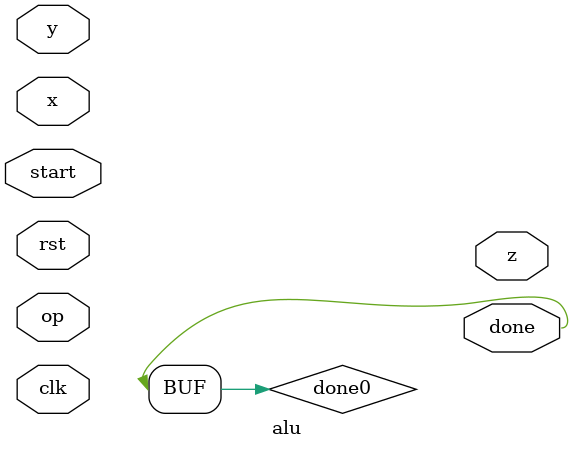
<source format=v>
module alu #(parameter w = 8)(
    input clk,
    input rst,
    input [w-1:0] x, y,
    input [1:0] op, // 00 = add, 01 = sub, 10 = mul, 11 = div
    input start,
    output reg [2*w-1:0] z,
    output reg done
);
    wire done0, done10, done11;
    assign done = done0;
    always @(*) begin
        if(start) begin
            case (op)
                2'b00: begin // add

                end
                2'b01: begin // sub

                end
                2'b10: begin // mul

                end
                2'b11: begin // div

                end
            endcase
        end
    end

endmodule
</source>
